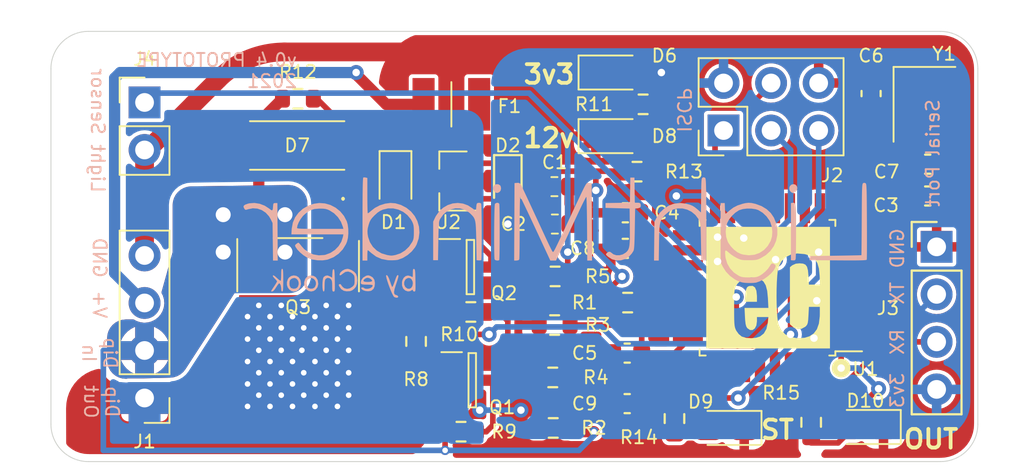
<source format=kicad_pcb>
(kicad_pcb (version 20211014) (generator pcbnew)
  (layers (0 "F.Cu" signal) (31 "B.Cu" signal) (34 "B.Paste" user) (35 "F.Paste" user) (36 "B.SilkS" user "B.Silkscreen") (37 "F.SilkS" user "F.Silkscreen") (38 "B.Mask" user) (39 "F.Mask" user) (44 "Edge.Cuts" user))
  (net 0 "")
  (net 1 "Sidelight_GND")
  (net 2 "Sidelight_12v")
  (net 3 "DippedBeam_Out")
  (net 4 "DippedBeam_12v")
  (net 5 "Net-(Q1-Pad1)")
  (net 6 "/Sheet60CB0BEF/Reset")
  (net 7 "/Sheet60CB0BEF/XTAL2")
  (net 8 "/Sheet60CB0BEF/XTAL1")
  (net 9 "/TX")
  (net 10 "/RX")
  (net 11 "/12vFused")
  (net 12 "Net-(D8-Pad2)")
  (net 13 "Net-(D9-Pad2)")
  (net 14 "/Error_LED")
  (net 15 "/Light_Out_LED")
  (net 16 "3v3")
  (net 17 "/Sheet60CB0BEF/aref")
  (net 18 "Net-(D6-Pad2)")
  (net 19 "Net-(D7-Pad2)")
  (net 20 "Net-(D10-Pad2)")
  (net 21 "Net-(Q1-Pad3)")
  (net 22 "Net-(Q2-Pad1)")
  (net 23 "/Light_Out_Logic")
  (net 24 "/batt_voltage_ref")
  (net 25 "/dipped_beam_ref")
  (net 26 "/light_ref")
  (net 27 "/Sheet60CB0BEF/SCK")
  (net 28 "/Sheet60CB0BEF/MISO")
  (net 29 "/Sheet60CB0BEF/MOSI")
  (net 30 "/Sheet60CB0BEF/2")
  (net 31 "/Sheet60CB0BEF/A5")
  (net 32 "/Sheet60CB0BEF/A4")
  (net 33 "/Sheet60CB0BEF/A3")
  (net 34 "/Sheet60CB0BEF/A7")
  (net 35 "/Sheet60CB0BEF/A6")
  (net 36 "/Sheet60CB0BEF/10")
  (net 37 "/Sheet60CB0BEF/9")
  (net 38 "/Sheet60CB0BEF/8")
  (net 39 "/Sheet60CB0BEF/7")
  (net 40 "/Sheet60CB0BEF/4")
  (footprint "Package_QFP:TQFP-32_7x7mm_P0.8mm" (layer "F.Cu") (at 131.266 85.304 180)
    (fp_text reference "U1")
    (fp_text value "ATmega328P-AU")
  )
  (footprint "Resistor_SMD:R_0603_1608Metric" (layer "F.Cu") (at 119.9 87.3 180)
    (fp_text reference "R3")
    (fp_text value "1.3k")
  )
  (footprint "Connector_PinHeader_2.54mm:PinHeader_2x03_P2.54mm_Vertical" (layer "F.Cu") (at 128.92 76.9 90)
    (fp_text reference "J2")
    (fp_text value "AVR-ISP-6")
  )
  (footprint "Resistor_SMD:R_0603_1608Metric" (layer "F.Cu") (at 123.8 86.1)
    (fp_text reference "R1")
    (fp_text value "18k")
  )
  (footprint "Capacitor_SMD:C_0603_1608Metric" (layer "F.Cu") (at 136.8 74.925 90)
    (fp_text reference "C6")
    (fp_text value "20p")
  )
  (footprint "Crystal:Crystal_SMD_3225-4Pin_3.2x2.5mm" (layer "F.Cu") (at 139.65 75.5 -90)
    (fp_text reference "Y1")
    (fp_text value "Crystal_GND24")
  )
  (footprint "Capacitor_SMD:C_0603_1608Metric" (layer "F.Cu") (at 139.825 78.7)
    (fp_text reference "C7")
    (fp_text value "20p")
  )
  (footprint "Resistor_SMD:R_0603_1608Metric" (layer "F.Cu") (at 112.5 88.175 -90)
    (fp_text reference "R8")
    (fp_text value "1k")
  )
  (footprint "Resistor_SMD:R_0603_1608Metric" (layer "F.Cu") (at 114.9 93)
    (fp_text reference "R9")
    (fp_text value "10k")
  )
  (footprint "Resistor_SMD:R_0603_1608Metric" (layer "F.Cu") (at 115.425 86.6 180)
    (fp_text reference "R10")
    (fp_text value "1k")
  )
  (footprint "Resistor_SMD:R_0603_1608Metric" (layer "F.Cu") (at 124.625 75.5 180)
    (fp_text reference "R11")
    (fp_text value "100")
  )
  (footprint "Resistor_SMD:R_0603_1608Metric" (layer "F.Cu") (at 106.19 75.2)
    (fp_text reference "R12")
    (fp_text value "10k")
  )
  (footprint "Resistor_SMD:R_0603_1608Metric" (layer "F.Cu") (at 124.3 79.1)
    (fp_text reference "R13")
    (fp_text value "750")
  )
  (footprint "SamacSys_Parts:STD35P6LLF6" (layer "F.Cu") (at 106.2 85.7 180)
    (fp_text reference "Q3")
    (fp_text value "STD35P6LLF6" hide)
  )
  (footprint "SamacSys_Parts:DO-214ACSMA" (layer "F.Cu") (at 106.15 77.7)
    (fp_text reference "D7")
    (fp_text value "20v TVS" hide)
  )
  (footprint "Connector_PinHeader_2.54mm:PinHeader_1x04_P2.54mm_Vertical" (layer "F.Cu") (at 98 91.2 180)
    (fp_text reference "J1")
    (fp_text value "Conn_01x04_Female")
  )
  (footprint "Connector_PinHeader_2.54mm:PinHeader_1x02_P2.54mm_Vertical" (layer "F.Cu") (at 98 75.4)
    (fp_text reference "J4")
    (fp_text value "Conn_01x02_Female")
  )
  (footprint "Capacitor_SMD:C_0603_1608Metric" (layer "F.Cu") (at 123.775 88.8 180)
    (fp_text reference "C5")
    (fp_text value "470nF")
  )
  (footprint "SamacSys_Parts:SOT95P240X115-3N" (layer "F.Cu") (at 115.4 84.2)
    (fp_text reference "Q2")
    (fp_text value "Q_NPN_BEC" hide)
  )
  (footprint "LED_SMD:LED_0805_2012Metric_Castellated" (layer "F.Cu") (at 123.0625 73.8)
    (fp_text reference "D6")
    (fp_text value "LED")
  )
  (footprint "Capacitor_SMD:C_0603_1608Metric" (layer "F.Cu") (at 139.825 80.4)
    (fp_text reference "C3")
    (fp_text value "100n")
  )
  (footprint "Capacitor_SMD:C_0603_1608Metric" (layer "F.Cu") (at 123.675 83.2 180)
    (fp_text reference "C8")
    (fp_text value "100n")
  )
  (footprint "Resistor_SMD:R_0603_1608Metric" (layer "F.Cu") (at 119.925 84.7)
    (fp_text reference "R5")
    (fp_text value "10k")
  )
  (footprint "Resistor_SMD:R_0603_1608Metric" (layer "F.Cu") (at 133.6 92.5 -90)
    (fp_text reference "R15")
    (fp_text value "100")
  )
  (footprint "LED_SMD:LED_0805_2012Metric_Castellated" (layer "F.Cu") (at 136.5 92.75 180)
    (fp_text reference "D10")
    (fp_text value "LED")
  )
  (footprint "Capacitor_SMD:C_0603_1608Metric" (layer "F.Cu") (at 119.9125 81.9)
    (fp_text reference "C2")
    (fp_text value "10u")
  )
  (footprint "Diode_SMD:D_SOD-323F" (layer "F.Cu") (at 111.4 79.5 -90)
    (fp_text reference "D1")
    (fp_text value "20v")
  )
  (footprint "Capacitor_SMD:C_0603_1608Metric" (layer "F.Cu") (at 123.775 91.5 180)
    (fp_text reference "C9")
    (fp_text value "470nF")
  )
  (footprint "Resistor_SMD:R_0603_1608Metric" (layer "F.Cu") (at 126.3 92.3 -90)
    (fp_text reference "R14")
    (fp_text value "100")
  )
  (footprint "Resistor_SMD:R_0603_1608Metric" (layer "F.Cu") (at 119.825 92.8 180)
    (fp_text reference "R2")
    (fp_text value "18k")
  )
  (footprint "LED_SMD:LED_0805_2012Metric_Castellated" (layer "F.Cu") (at 129.0625 92.8 180)
    (fp_text reference "D9")
    (fp_text value "LED")
  )
  (footprint "Resistor_SMD:R_0603_1608Metric" (layer "F.Cu") (at 119.8 90.1 180)
    (fp_text reference "R4")
    (fp_text value "1.3k")
  )
  (footprint "SamacSys_Parts:SOT95P240X115-3N" (layer "F.Cu") (at 115.5 90.25)
    (fp_text reference "Q1")
    (fp_text value "Q_NPN_BEC" hide)
  )
  (footprint "Package_TO_SOT_SMD:SOT-23" (layer "F.Cu") (at 114.5 79.6 180)
    (fp_text reference "U2")
    (fp_text value "LM3480-3.3")
  )
  (footprint "Connector_PinHeader_2.54mm:PinHeader_1x04_P2.54mm_Vertical" (layer "F.Cu") (at 140.3 83.12)
    (fp_text reference "J3")
    (fp_text value "Conn_01x04")
  )
  (footprint "SamacSys_Parts:FUSC3226X100N" (layer "F.Cu") (at 114.385 75.5)
    (fp_text reference "F1")
    (fp_text value "1210L020WR" hide)
  )
  (footprint "Capacitor_SMD:C_0603_1608Metric" (layer "F.Cu") (at 119.8875 79.9)
    (fp_text reference "C1")
    (fp_text value "10u")
  )
  (footprint "Capacitor_SMD:C_0603_1608Metric" (layer "F.Cu") (at 123.675 81.3 180)
    (fp_text reference "C4")
    (fp_text value "100n")
  )
  (footprint "LED_SMD:LED_0805_2012Metric_Castellated" (layer "F.Cu") (at 123.0625 77.2)
    (fp_text reference "D8")
    (fp_text value "LED")
  )
  (footprint "Diode_SMD:D_0603_1608Metric" (layer "F.Cu") (at 117.4 79.7 -90)
    (fp_text reference "D2")
    (fp_text value "D_Schottky")
  )
  (footprint "user:eC_Logo_6.5mm_Silkscreen" (layer "F.Cu") (at 131.3 85.3)
    (fp_text reference "G***" hide)
    (fp_text value "LOGO" hide)
  )
  (footprint "user:LightMinderLogo_35mm" (layer "B.Cu") (at 119.8 82.6 180)
    (fp_text reference "G***" hide)
    (fp_text value "LOGO" hide)
  )
  (gr_circle (center 135.2 89.6) (end 135.647214 89.6) (layer "F.SilkS") (width 0.1) (fill solid))
  (gr_arc (start 93 73.6) (mid 93.585786 72.185786) (end 95 71.6) (layer "Edge.Cuts") (width 0.05))
  (gr_line (start 93 92.6) (end 93 73.6) (layer "Edge.Cuts") (width 0.05))
  (gr_arc (start 95 94.6) (mid 93.585786 94.014214) (end 93 92.6) (layer "Edge.Cuts") (width 0.05))
  (gr_arc (start 142.5 92.6) (mid 141.914214 94.014214) (end 140.5 94.6) (layer "Edge.Cuts") (width 0.05))
  (gr_line (start 95 71.6) (end 140.5 71.6) (layer "Edge.Cuts") (width 0.05))
  (gr_line (start 142.5 73.6) (end 142.5 92.6) (layer "Edge.Cuts") (width 0.05))
  (gr_line (start 140.5 94.6) (end 95 94.6) (layer "Edge.Cuts") (width 0.05))
  (gr_arc (start 140.5 71.6) (mid 141.914214 72.185786) (end 142.5 73.6) (layer "Edge.Cuts") (width 0.05))
  (gr_text "Dip\nOut" (at 95.7 91.4 -90) (layer "B.SilkS") (effects (font (size 0.7 0.7) (thickness 0.1)) (justify mirror)))
  (gr_text "GND" (at 138.2 83.2 90) (layer "B.SilkS") (effects (font (size 0.7 0.7) (thickness 0.1)) (justify mirror)))
  (gr_text "3v3" (at 138.2 90.8 90) (layer "B.SilkS") (effects (font (size 0.7 0.7) (thickness 0.1)) (justify mirror)))
  (gr_text "TX" (at 138.2 85.6 90) (layer "B.SilkS") (effects (font (size 0.7 0.7) (thickness 0.1)) (justify mirror)))
  (gr_text "Serial Port" (at 140.1 78.1 90) (layer "B.SilkS") (effects (font (size 0.7 0.7) (thickness 0.1)) (justify mirror)))
  (gr_text "ISCP" (at 126.8 75.8 270) (layer "B.SilkS") (effects (font (size 0.7 0.7) (thickness 0.1)) (justify mirror)))
  (gr_text "RX" (at 138.2 88.2 90) (layer "B.SilkS") (effects (font (size 0.7 0.7) (thickness 0.1)) (justify mirror)))
  (gr_text "GND" (at 95.6 83.7 -90) (layer "B.SilkS") (effects (font (size 0.7 0.7) (thickness 0.1)) (justify mirror)))
  (gr_text "Light Sensor" (at 95.5 76.9 -90) (layer "B.SilkS") (effects (font (size 0.7 0.7) (thickness 0.1)) (justify mirror)))
  (gr_text "Dip\nIn" (at 95.6 88.8 -90) (layer "B.SilkS") (effects (font (size 0.7 0.7) (thickness 0.1)) (justify mirror)))
  (gr_text "V+" (at 95.6 86.2 -90) (layer "B.SilkS") (effects (font (size 0.7 0.7) (thickness 0.1)) (justify mirror)))
  (gr_text "v0.4 PROTOTYPE\n2021" (at 106.2 73.7) (layer "B.SilkS") (effects (font (size 0.7 0.7) (thickness 0.1)) (justify left mirror)))
  (gr_text "3v3" (at 119.6 73.9) (layer "F.SilkS") (effects (font (size 1 1) (thickness 0.2))))
  (gr_text "OUT" (at 140 93.4) (layer "F.SilkS") (effects (font (size 1 1) (thickness 0.2))))
  (gr_text "ST" (at 131.8 92.9) (layer "F.SilkS") (effects (font (size 1 1) (thickness 0.2))))
  (gr_text "12v" (at 119.6 77.3) (layer "F.SilkS") (effects (font (size 1 1) (thickness 0.2))))
  (segment (start 98.16 77.94) (end 100.6 75.5) (width 1) (layer "F.Cu") (net 1))
  (segment (start 123 91.5) (end 123 88.8) (width 0.3) (layer "F.Cu") (net 1))
  (segment (start 105.471068 72.7) (end 111.8 72.7) (width 1) (layer "F.Cu") (net 1))
  (segment (start 98 83.58) (end 98 77.94) (width 1) (layer "F.Cu") (net 1))
  (segment (start 100.6 75.5) (end 101.935534 74.164466) (width 1) (layer "F.Cu") (net 1))
  (segment (start 138.8 76.6) (end 138.8 76.5) (width 0.3) (layer "F.Cu") (net 1))
  (segment (start 98 77.94) (end 98.16 77.94) (width 1) (layer "F.Cu") (net 1))
  (segment (start 138.8 76.5) (end 140.5 74.8) (width 0.3) (layer "F.Cu") (net 1))
  (segment (start 140.5 74.8) (end 140.5 74.4) (width 0.3) (layer "F.Cu") (net 1))
  (via (at 130 82.64999) (size 0.8) (drill 0.4) (layers "F.Cu" "B.Cu") (net 1))
  (via (at 118.1 91.85) (size 0.8) (drill 0.4) (layers "F.Cu" "B.Cu") (net 1))
  (via (at 126.4 80.4) (size 0.8) (drill 0.4) (layers "F.Cu" "B.Cu") (net 1))
  (via (at 115.9 91.85) (size 0.8) (drill 0.4) (layers "F.Cu" "B.Cu") (net 1))
  (arc (start 105.471068 72.7) (mid 103.557651 73.080602) (end 101.935534 74.164466) (width 1) (layer "F.Cu") (net 1))
  (segment (start 126.4 80.4) (end 127.75001 80.4) (width 0.3) (layer "B.Cu") (net 1))
  (segment (start 127.75001 80.4) (end 130 82.64999) (width 0.3) (layer "B.Cu") (net 1))
  (segment (start 115.9 91.85) (end 118.1 91.85) (width 0.3) (layer "B.Cu") (net 1))
  (segment (start 109.4 74) (end 110.9 75.5) (width 0.6) (layer "F.Cu") (net 2))
  (segment (start 109.3 73.8) (end 109.4 74) (width 0.6) (layer "F.Cu") (net 2))
  (segment (start 110.9 75.5) (end 112.9 75.5) (width 0.6) (layer "F.Cu") (net 2))
  (via (at 109.3 73.8) (size 0.8) (drill 0.4) (layers "F.Cu" "B.Cu") (net 2))
  (segment (start 96.7 73.8) (end 96.4 74.1) (width 0.6) (layer "B.Cu") (net 2))
  (segment (start 109.3 73.8) (end 96.7 73.8) (width 0.6) (layer "B.Cu") (net 2))
  (segment (start 96.4 84.52) (end 98 86.12) (width 0.6) (layer "B.Cu") (net 2))
  (segment (start 96.4 74.1) (end 96.4 84.52) (width 0.6) (layer "B.Cu") (net 2))
  (via (at 105.9 89.25) (size 0.5) (drill 0.3) (layers "F.Cu" "B.Cu") (net 3))
  (via (at 103.5 88.05) (size 0.5) (drill 0.3) (layers "F.Cu" "B.Cu") (net 3))
  (via (at 104.7 91.65) (size 0.5) (drill 0.3) (layers "F.Cu" "B.Cu") (net 3))
  (via (at 107.7 89.85) (size 0.5) (drill 0.3) (layers "F.Cu" "B.Cu") (net 3))
  (via (at 104.1 87.45) (size 0.5) (drill 0.3) (layers "F.Cu" "B.Cu") (net 3))
  (via (at 107.7 91.05) (size 0.5) (drill 0.3) (layers "F.Cu" "B.Cu") (net 3))
  (via (at 106.5 91.05) (size 0.5) (drill 0.3) (layers "F.Cu" "B.Cu") (net 3))
  (via (at 108.3 88.05) (size 0.5) (drill 0.3) (layers "F.Cu" "B.Cu") (net 3))
  (via (at 103.5 89.25) (size 0.5) (drill 0.3) (layers "F.Cu" "B.Cu") (net 3))
  (via (at 108.3 86.85) (size 0.5) (drill 0.3) (layers "F.Cu" "B.Cu") (net 3))
  (via (at 104.1 89.85) (size 0.5) (drill 0.3) (layers "F.Cu" "B.Cu") (net 3))
  (via (at 104.7 89.25) (size 0.5) (drill 0.3) (layers "F.Cu" "B.Cu") (net 3))
  (via (at 108.3 91.65) (size 0.5) (drill 0.3) (layers "F.Cu" "B.Cu") (net 3))
  (via (at 105.9 88.05) (size 0.5) (drill 0.3) (layers "F.Cu" "B.Cu") (net 3))
  (via (at 107.7 88.65) (size 0.5) (drill 0.3) (layers "F.Cu" "B.Cu") (net 3))
  (via (at 107.1 91.65) (size 0.5) (drill 0.3) (layers "F.Cu" "B.Cu") (net 3))
  (via (at 108.9 88.65) (size 0.5) (drill 0.3) (layers "F.Cu" "B.Cu") (net 3))
  (via (at 105.3 88.65) (size 0.5) (drill 0.3) (layers "F.Cu" "B.Cu") (net 3))
  (via (at 105.9 91.65) (size 0.5) (drill 0.3) (layers "F.Cu" "B.Cu") (net 3))
  (via (at 104.7 88.05) (size 0.5) (drill 0.3) (layers "F.Cu" "B.Cu") (net 3))
  (via (at 108.9 87.45) (size 0.5) (drill 0.3) (layers "F.Cu" "B.Cu") (net 3))
  (via (at 107.7 87.45) (size 0.5) (drill 0.3) (layers "F.Cu" "B.Cu") (net 3))
  (via (at 105.9 90.45) (size 0.5) (drill 0.3) (layers "F.Cu" "B.Cu") (net 3))
  (via (at 108.3 89.25) (size 0.5) (drill 0.3) (layers "F.Cu" "B.Cu") (net 3))
  (via (at 104.1 91.05) (size 0.5) (drill 0.3) (layers "F.Cu" "B.Cu") (net 3))
  (via (at 104.7 90.45) (size 0.5) (drill 0.3) (layers "F.Cu" "B.Cu") (net 3))
  (via (at 106.5 87.45) (size 0.5) (drill 0.3) (layers "F.Cu" "B.Cu") (net 3))
  (via (at 107.7 86.25) (size 0.5) (drill 0.3) (layers "F.Cu" "B.Cu") (net 3))
  (via (at 103.5 91.65) (size 0.5) (drill 0.3) (layers "F.Cu" "B.Cu") (net 3))
  (via (at 108.3 90.45) (size 0.5) (drill 0.3) (layers "F.Cu" "B.Cu") (net 3))
  (via (at 107.1 88.05) (size 0.5) (drill 0.3) (layers "F.Cu" "B.Cu") (net 3))
  (via (at 106.5 89.85) (size 0.5) (drill 0.3) (layers "F.Cu" "B.Cu") (net 3))
  (via (at 105.3 89.85) (size 0.5) (drill 0.3) (layers "F.Cu" "B.Cu") (net 3))
  (via (at 107.1 86.85) (size 0.5) (drill 0.3) (layers "F.Cu" "B.Cu") (net 3))
  (via (at 103.5 90.45) (size 0.5) (drill 0.3) (layers "F.Cu" "B.Cu") (net 3))
  (via (at 104.1 88.65) (size 0.5) (drill 0.3) (layers "F.Cu" "B.Cu") (net 3))
  (via (at 108.9 91.05) (size 0.5) (drill 0.3) (layers "F.Cu" "B.Cu") (net 3))
  (via (at 105.9 86.85) (size 0.5) (drill 0.3) (layers "F.Cu" "B.Cu") (net 3))
  (via (at 108.9 89.85) (size 0.5) (drill 0.3) (layers "F.Cu" "B.Cu") (net 3))
  (via (at 104.7 86.85) (size 0.5) (drill 0.3) (layers "F.Cu" "B.Cu") (net 3))
  (via (at 105.3 87.45) (size 0.5) (drill 0.3) (layers "F.Cu" "B.Cu") (net 3))
  (via (at 103.5 86.85) (size 0.5) (drill 0.3) (layers "F.Cu" "B.Cu") (net 3))
  (via (at 107.1 90.45) (size 0.5) (drill 0.3) (layers "F.Cu" "B.Cu") (net 3))
  (via (at 106.5 86.25) (size 0.5) (drill 0.3) (layers "F.Cu" "B.Cu") (net 3))
  (via (at 104.1 86.25) (size 0.5) (drill 0.3) (layers "F.Cu" "B.Cu") (net 3))
  (via (at 108.9 86.25) (size 0.5) (drill 0.3) (layers "F.Cu" "B.Cu") (net 3))
  (via (at 107.1 89.25) (size 0.5) (drill 0.3) (layers "F.Cu" "B.Cu") (net 3))
  (via (at 105.3 86.25) (size 0.5) (drill 0.3) (layers "F.Cu" "B.Cu") (net 3))
  (via (at 105.3 91.05) (size 0.5) (drill 0.3) (layers "F.Cu" "B.Cu") (net 3))
  (via (at 106.4 88.65) (size 0.5) (drill 0.3) (layers "F.Cu" "B.Cu") (net 3))
  (segment (start 104.1 77.7) (end 104.1 82.264) (width 0.6) (layer "F.Cu") (net 4))
  (segment (start 102.2 83.4) (end 102.964 83.4) (width 1) (layer "F.Cu") (net 4))
  (segment (start 102.864 81.4) (end 103.914 82.45) (width 1) (layer "F.Cu") (net 4))
  (segment (start 102.2 82.4) (end 102.2 83.4) (width 1) (layer "F.Cu") (net 4))
  (segment (start 104.864 83.4) (end 103.914 82.45) (width 1) (layer "F.Cu") (net 4))
  (segment (start 105.5 83.4) (end 104.864 83.4) (width 1) (layer "F.Cu") (net 4))
  (segment (start 120.8 93) (end 122 93) (width 0.6) (layer "F.Cu") (net 4))
  (segment (start 102.2 81.4) (end 102.2 82.4) (width 1) (layer "F.Cu") (net 4))
  (segment (start 105.5 81.4) (end 104.964 81.4) (width 1) (layer "F.Cu") (net 4))
  (segment (start 104.1 77.7) (end 104.1 76.465) (width 0.6) (layer "F.Cu") (net 4))
  (segment (start 105.5 81.4) (end 105.5 82.3) (width 1) (layer "F.Cu") (net 4))
  (segment (start 102.964 83.4) (end 104.964 81.4) (width 1) (layer "F.Cu") (net 4))
  (segment (start 120.6 92.8) (end 120.8 93) (width 0.6) (layer "F.Cu") (net 4))
  (segment (start 104.1 76.465) (end 105.365 75.2) (width 0.6) (layer "F.Cu") (net 4))
  (segment (start 120.65 92.8) (end 120.6 92.8) (width 0.6) (layer "F.Cu") (net 4))
  (segment (start 102.2 81.4) (end 102.864 81.4) (width 1) (layer "F.Cu") (net 4))
  (segment (start 114.05 94) (end 114.05 92.82) (width 0.3) (layer "F.Cu") (net 4))
  (segment (start 102.2 82.4) (end 105.258579 82.4) (width 1) (layer "F.Cu") (net 4))
  (segment (start 105.5 82.3) (end 105.5 83.4) (width 1) (layer "F.Cu") (net 4))
  (via (at 102.2 81.4) (size 1.6) (drill 0.8) (layers "F.Cu" "B.Cu") (net 4))
  (via (at 105.5 81.4) (size 1.6) (drill 0.8) (layers "F.Cu" "B.Cu") (net 4))
  (via (at 105.5 83.4) (size 1.6) (drill 0.8) (layers "F.Cu" "B.Cu") (net 4))
  (via (at 122 93) (size 0.5) (drill 0.3) (layers "F.Cu" "B.Cu") (net 4))
  (via (at 114.05 94) (size 0.5) (drill 0.3) (layers "F.Cu" "B.Cu") (net 4))
  (via (at 102.2 83.4) (size 1.6) (drill 0.8) (layers "F.Cu" "B.Cu") (net 4))
  (arc (start 105.258579 82.4) (mid 105.389235 82.374011) (end 105.5 82.3) (width 1) (layer "F.Cu") (net 4))
  (segment (start 114.1 94) (end 95.8 94) (width 0.3) (layer "B.Cu") (net 4))
  (segment (start 114.1 94) (end 121.2 94) (width 0.3) (layer "B.Cu") (net 4))
  (segment (start 122 93.2) (end 122 93) (width 0.3) (layer "B.Cu") (net 4))
  (segment (start 121.2 94) (end 122 93.2) (width 0.3) (layer "B.Cu") (net 4))
  (segment (start 95.8 94) (end 95.8 88.66) (width 0.3) (layer "B.Cu") (net 4))
  (segment (start 95.8 88.66) (end 98 88.66) (width 0.3) (layer "B.Cu") (net 4))
  (segment (start 113.225 89) (end 113.525 89.3) (width 0.3) (layer "F.Cu") (net 5))
  (segment (start 113.525 89.3) (end 114.4 89.3) (width 0.3) (layer "F.Cu") (net 5))
  (segment (start 112.5 89) (end 113.225 89) (width 0.3) (layer "F.Cu") (net 5))
  (segment (start 131.666 84.834) (end 131.666 89.554) (width 0.3) (layer "F.Cu") (net 6))
  (segment (start 131.7 83.8) (end 131.666 84.834) (width 0.3) (layer "F.Cu") (net 6))
  (via (at 131.7 83.8) (size 0.8) (drill 0.4) (layers "F.Cu" "B.Cu") (net 6))
  (segment (start 134 81) (end 134 76.9) (width 0.3) (layer "B.Cu") (net 6))
  (segment (start 131.7 83.8) (end 131.7 83.3) (width 0.3) (layer "B.Cu") (net 6))
  (segment (start 131.7 83.3) (end 134 81) (width 0.3) (layer "B.Cu") (net 6))
  (segment (start 136.8 75.7) (end 136.8 81.22) (width 0.3) (layer "F.Cu") (net 7))
  (segment (start 138.1 74.4) (end 136.8 75.7) (width 0.3) (layer "F.Cu") (net 7))
  (segment (start 136.8 81.22) (end 135.516 82.504) (width 0.3) (layer "F.Cu") (net 7))
  (segment (start 138.8 74.4) (end 138.1 74.4) (width 0.3) (layer "F.Cu") (net 7))
  (segment (start 137.600011 82.124991) (end 136.421002 83.304) (width 0.3) (layer "F.Cu") (net 8))
  (segment (start 135.516 83.304) (end 136.421002 83.304) (width 0.3) (layer "F.Cu") (net 8))
  (segment (start 140.5 77.2) (end 137.600011 80.099989) (width 0.3) (layer "F.Cu") (net 8))
  (segment (start 137.600011 80.099989) (end 137.600011 82.124991) (width 0.3) (layer "F.Cu") (net 8))
  (segment (start 133.266 89.554) (end 133.266 88.484) (width 0.3) (layer "F.Cu") (net 9))
  (segment (start 133.266 88.484) (end 133.75 88) (width 0.3) (layer "F.Cu") (net 9))
  (via (at 133.75 88) (size 0.8) (drill 0.4) (layers "F.Cu" "B.Cu") (net 9))
  (segment (start 133.75 88) (end 137.96 88) (width 0.3) (layer "B.Cu") (net 9))
  (segment (start 137.96 88) (end 140.3 85.66) (width 0.3) (layer "B.Cu") (net 9))
  (segment (start 137.65997 88.2) (end 140.3 88.2) (width 0.3) (layer "F.Cu") (net 10))
  (segment (start 132.641489 90.703511) (end 135.156459 90.703511) (width 0.3) (layer "F.Cu") (net 10))
  (segment (start 132.466 89.554) (end 132.466 90.528022) (width 0.3) (layer "F.Cu") (net 10))
  (segment (start 132.466 90.528022) (end 132.641489 90.703511) (width 0.3) (layer "F.Cu") (net 10))
  (segment (start 135.156459 90.703511) (end 137.65997 88.2) (width 0.3) (layer "F.Cu") (net 10))
  (segment (start 123.44999 79.07499) (end 121.97499 79.07499) (width 0.3) (layer "F.Cu") (net 11))
  (segment (start 111.4 78.4) (end 115.25 78.4) (width 0.3) (layer "F.Cu") (net 11))
  (segment (start 115.5 78.65) (end 117.1375 78.65) (width 0.3) (layer "F.Cu") (net 11))
  (segment (start 115.5 75.87) (end 115.87 75.5) (width 0.3) (layer "F.Cu") (net 11))
  (segment (start 122.975 85.225) (end 123.5 84.7) (width 0.3) (layer "F.Cu") (net 11))
  (segment (start 122.1 79.2) (end 121.97499 79.07499) (width 0.3) (layer "F.Cu") (net 11))
  (segment (start 122.975 86.1) (end 122.975 85.225) (width 0.3) (layer "F.Cu") (net 11))
  (segment (start 122.1 80.1) (end 122.1 79.2) (width 0.3) (layer "F.Cu") (net 11))
  (segment (start 115.5 78.65) (end 115.5 75.87) (width 0.3) (layer "F.Cu") (net 11))
  (segment (start 117.1375 78.65) (end 117.4 78.9125) (width 0.3) (layer "F.Cu") (net 11))
  (segment (start 121.97499 79.07499) (end 119.92501 79.07499) (width 0.3) (layer "F.Cu") (net 11))
  (segment (start 123.475 79.1) (end 123.44999 79.07499) (width 0.3) (layer "F.Cu") (net 11))
  (segment (start 119.92501 79.07499) (end 119.1 79.9) (width 0.3) (layer "F.Cu") (net 11))
  (segment (start 115.25 78.4) (end 115.5 78.65) (width 0.3) (layer "F.Cu") (net 11))
  (segment (start 118.1125 78.9125) (end 119.1 79.9) (width 0.3) (layer "F.Cu") (net 11))
  (segment (start 117.4 78.9125) (end 118.1125 78.9125) (width 0.3) (layer "F.Cu") (net 11))
  (via (at 122.1 80.1) (size 0.8) (drill 0.4) (layers "F.Cu" "B.Cu") (net 11))
  (via (at 123.5 84.7) (size 0.8) (drill 0.4) (layers "F.Cu" "B.Cu") (net 11))
  (segment (start 123.5 84.7) (end 122.1 83.3) (width 0.3) (layer "B.Cu") (net 11))
  (segment (start 122.1 83.3) (end 122.1 80.1) (width 0.3) (layer "B.Cu") (net 11))
  (segment (start 124.025 78) (end 125.125 79.1) (width 0.3) (layer "F.Cu") (net 12))
  (segment (start 124.025 77.2) (end 124.025 78) (width 0.3) (layer "F.Cu") (net 12))
  (segment (start 126.3 93.125) (end 127.775 93.125) (width 0.3) (layer "F.Cu") (net 13))
  (segment (start 127.775 93.125) (end 128.1 92.8) (width 0.3) (layer "F.Cu") (net 13))
  (segment (start 127.2 91.5) (end 126.325 91.5) (width 0.3) (layer "F.Cu") (net 14))
  (segment (start 133.266 81.054) (end 133.266 82.634) (width 0.3) (layer "F.Cu") (net 14))
  (segment (start 132.6 83.3) (end 132.5 83.4) (width 0.3) (layer "F.Cu") (net 14))
  (segment (start 126.325 91.5) (end 126.3 91.475) (width 0.3) (layer "F.Cu") (net 14))
  (segment (start 129.7 91.2) (end 127.5 91.2) (width 0.3) (layer "F.Cu") (net 14))
  (segment (start 127.5 91.2) (end 127.2 91.5) (width 0.3) (layer "F.Cu") (net 14))
  (segment (start 133.266 82.634) (end 132.6 83.3) (width 0.3) (layer "F.Cu") (net 14))
  (segment (start 132.5 83.4) (end 132.5 87.8) (width 0.3) (layer "F.Cu") (net 14))
  (via (at 132.5 87.8) (size 0.8) (drill 0.4) (layers "F.Cu" "B.Cu") (net 14))
  (via (at 129.7 91.2) (size 0.8) (drill 0.4) (layers "F.Cu" "B.Cu") (net 14))
  (segment (start 132.5 88.4) (end 129.7 91.2) (width 0.3) (layer "B.Cu") (net 14))
  (segment (start 132.5 87.8) (end 132.5 88.4) (width 0.3) (layer "B.Cu") (net 14))
  (segment (start 134.471468 91.25) (end 134.046468 91.675) (width 0.3) (layer "F.Cu") (net 15))
  (segment (start 137.2 90.7) (end 137.172414 90.7) (width 0.3) (layer "F.Cu") (net 15))
  (segment (start 135.2 88.42) (end 135.516 88.104) (width 0.3) (layer "F.Cu") (net 15))
  (segment (start 135.2 89.6) (end 135.2 88.42) (width 0.3) (layer "F.Cu") (net 15))
  (segment (start 134.046468 91.675) (end 133.6 91.675) (width 0.3) (layer "F.Cu") (net 15))
  (segment (start 137.172414 90.7) (end 136.622414 91.25) (width 0.3) (layer "F.Cu") (net 15))
  (segment (start 136.622414 91.25) (end 134.471468 91.25) (width 0.3) (layer "F.Cu") (net 15))
  (via (at 137.2 90.7) (size 0.8) (drill 0.4) (layers "F.Cu" "B.Cu") (net 15))
  (via (at 135.2 89.6) (size 0.8) (drill 0.4) (layers "F.Cu" "B.Cu") (net 15))
  (segment (start 135.2 89.6) (end 136.1 89.6) (width 0.3) (layer "B.Cu") (net 15))
  (segment (start 136.1 89.6) (end 137.2 90.7) (width 0.3) (layer "B.Cu") (net 15))
  (segment (start 135.516 84.104) (end 134.416 84.104) (width 0.3) (layer "F.Cu") (net 16))
  (segment (start 128.304 83.304) (end 127.016 83.304) (width 0.3) (layer "F.Cu") (net 16))
  (segment (start 117.4 81.9) (end 119.125 81.9) (width 0.3) (layer "F.Cu") (net 16))
  (segment (start 125.979 83.304) (end 127.016 83.304) (width 0.3) (layer "F.Cu") (net 16))
  (segment (start 134.3 84.22) (end 134.3 85.7) (width 0.3) (layer "F.Cu") (net 16))
  (segment (start 117.3375 80.55) (end 117.4 80.4875) (width 0.3) (layer "F.Cu") (net 16))
  (segment (start 134 86) (end 134.3 85.7) (width 0.3) (layer "F.Cu") (net 16))
  (segment (start 115.5 80.55) (end 117.3375 80.55) (width 0.3) (layer "F.Cu") (net 16))
  (segment (start 134.416 84.104) (end 134.3 84.22) (width 0.3) (layer "F.Cu") (net 16))
  (segment (start 135.516 84.104) (end 136.328122 84.104) (width 0.3) (layer "F.Cu") (net 16))
  (segment (start 124.45 81.775) (end 125.979 83.304) (width 0.3) (layer "F.Cu") (net 16))
  (segment (start 119.1 81.925) (end 119.125 81.9) (width 0.3) (layer "F.Cu") (net 16))
  (segment (start 125.45 75.5) (end 125.45 73.95) (width 0.3) (layer "F.Cu") (net 16))
  (segment (start 139.05 81.382122) (end 139.05 80.4) (width 0.3) (layer "F.Cu") (net 16))
  (segment (start 124.45 81.3) (end 124.45 81.775) (width 0.3) (layer "F.Cu") (net 16))
  (segment (start 133.9 86) (end 134 86) (width 0.3) (layer "F.Cu") (net 16))
  (segment (start 117.4 81.9) (end 117.4 80.4875) (width 0.3) (layer "F.Cu") (net 16))
  (segment (start 134.304 85.704) (end 135.516 85.704) (width 0.3) (layer "F.Cu") (net 16))
  (segment (start 128.6 83.9) (end 128.304 83.304) (width 0.3) (layer "F.Cu") (net 16))
  (segment (start 136.328122 84.104) (end 139.05 81.382122) (width 0.3) (layer "F.Cu") (net 16))
  (segment (start 119.1 84.7) (end 119.1 81.925) (width 0.3) (layer "F.Cu") (net 16))
  (segment (start 125.45 73.95) (end 125.6 73.8) (width 0.3) (layer "F.Cu") (net 16))
  (segment (start 134.3 85.7) (end 134.304 85.704) (width 0.3) (layer "F.Cu") (net 16))
  (via (at 128.6 83.9) (size 0.8) (drill 0.4) (layers "F.Cu" "B.Cu") (net 16))
  (via (at 133.9 86) (size 0.8) (drill 0.4) (layers "F.Cu" "B.Cu") (net 16))
  (via (at 125.6 73.8) (size 0.8) (drill 0.4) (layers "F.Cu" "B.Cu") (net 16))
  (via (at 117.4 81.9) (size 0.8) (drill 0.4) (layers "F.Cu" "B.Cu") (net 16))
  (segment (start 126.26 74.46) (end 128.82 74.46) (width 0.3) (layer "B.Cu") (net 16))
  (segment (start 128.82 74.46) (end 128.92 74.36) (width 0.3) (layer "B.Cu") (net 16))
  (segment (start 125.6 73.8) (end 126.26 74.46) (width 0.3) (layer "B.Cu") (net 16))
  (segment (start 124.45 83.675) (end 125.679 84.904) (width 0.3) (layer "F.Cu") (net 17))
  (segment (start 125.679 84.904) (end 127.016 84.904) (width 0.3) (layer "F.Cu") (net 17))
  (segment (start 124.45 83.2) (end 124.45 83.675) (width 0.3) (layer "F.Cu") (net 17))
  (segment (start 123.8 74.025) (end 124.025 73.8) (width 0.3) (layer "F.Cu") (net 18))
  (segment (start 123.8 75.5) (end 123.8 74.025) (width 0.3) (layer "F.Cu") (net 18))
  (segment (start 116.5 84.2) (end 116.5 83.6) (width 0.3) (layer "F.Cu") (net 19))
  (segment (start 108.2 77.7) (end 108.2 76.2) (width 0.3) (layer "F.Cu") (net 19))
  (segment (start 115.35 82.45) (end 108.486 82.45) (width 0.3) (layer "F.Cu") (net 19))
  (segment (start 108.486 82.45) (end 108.486 77.986) (width 0.6) (layer "F.Cu") (net 19))
  (segment (start 116.5 83.6) (end 115.35 82.45) (width 0.3) (layer "F.Cu") (net 19))
  (segment (start 108.2 76.2) (end 107.2 75.2) (width 0.3) (layer "F.Cu") (net 19))
  (segment (start 108.486 77.986) (end 108.2 77.7) (width 0.3) (layer "F.Cu") (net 19))
  (segment (start 133.6 93.6) (end 135.0375 93.6) (width 0.3) (layer "F.Cu") (net 20))
  (segment (start 135.0375 93.6) (end 135.4375 93.2) (width 0.3) (layer "F.Cu") (net 20))
  (segment (start 116.6 92.65) (end 116.25 93) (width 0.3) (layer "F.Cu") (net 21))
  (segment (start 116.6 90.25) (end 117.4 89.45) (width 0.3) (layer "F.Cu") (net 21))
  (segment (start 116.92 86.6) (end 116.25 86.6) (width 0.3) (layer "F.Cu") (net 21))
  (segment (start 116.25 93) (end 115.725 93) (width 0.3) (layer "F.Cu") (net 21))
  (segment (start 116.6 90.25) (end 116.6 92.65) (width 0.3) (layer "F.Cu") (net 21))
  (segment (start 117.4 87.08) (end 116.92 86.6) (width 0.3) (layer "F.Cu") (net 21))
  (segment (start 117.4 89.45) (end 117.4 87.08) (width 0.3) (layer "F.Cu") (net 21))
  (segment (start 114.3 83.25) (end 113.75 83.25) (width 0.3) (layer "F.Cu") (net 22))
  (segment (start 113.75 83.25) (end 113.3 83.7) (width 0.3) (layer "F.Cu") (net 22))
  (segment (start 113.3 83.7) (end 113.3 85.699022) (width 0.3) (layer "F.Cu") (net 22))
  (segment (start 114.200978 86.6) (end 114.6 86.6) (width 0.3) (layer "F.Cu") (net 22))
  (segment (start 113.3 85.699022) (end 114.200978 86.6) (width 0.3) (layer "F.Cu") (net 22))
  (segment (start 114.547862 87.8) (end 116.4 87.8) (width 0.3) (layer "F.Cu") (net 23))
  (segment (start 134.066 82.934) (end 134.066 81.054) (width 0.3) (layer "F.Cu") (net 23))
  (segment (start 112.55 87.4) (end 114.147862 87.4) (width 0.3) (layer "F.Cu") (net 23))
  (segment (start 134 83.4) (end 134.066 82.934) (width 0.3) (layer "F.Cu") (net 23))
  (segment (start 114.147862 87.4) (end 114.547862 87.8) (width 0.3) (layer "F.Cu") (net 23))
  (segment (start 112.5 87.35) (end 112.55 87.4) (width 0.3) (layer "F.Cu") (net 23))
  (via (at 116.4 87.8) (size 0.8) (drill 0.4) (layers "F.Cu" "B.Cu") (net 23))
  (via (at 134 83.4) (size 0.8) (drill 0.4) (layers "F.Cu" "B.Cu") (net 23))
  (segment (start 134 83.4) (end 134 84.7) (width 0.3) (layer "B.Cu") (net 23))
  (segment (start 130.4 88.3) (end 123.3 88.3) (width 0.3) (layer "B.Cu") (net 23))
  (segment (start 116.799999 87.400001) (end 116.4 87.8) (width 0.3) (layer "B.Cu") (net 23))
  (segment (start 122.400001 87.400001) (end 116.799999 87.400001) (width 0.3) (layer "B.Cu") (net 23))
  (segment (start 123.3 88.3) (end 122.400001 87.400001) (width 0.3) (layer "B.Cu") (net 23))
  (segment (start 134 84.7) (end 130.4 88.3) (width 0.3) (layer "B.Cu") (net 23))
  (segment (start 120.725 87.3) (end 124.5 87.3) (width 0.3) (layer "F.Cu") (net 24))
  (segment (start 124.55 86.175) (end 124.625 86.1) (width 0.3) (layer "F.Cu") (net 24))
  (segment (start 124.55 88.8) (end 126.32 88.8) (width 0.3) (layer "F.Cu") (net 24))
  (segment (start 124.55 88.8) (end 124.55 87.25) (width 0.3) (layer "F.Cu") (net 24))
  (segment (start 124.5 87.3) (end 124.55 87.25) (width 0.3) (layer "F.Cu") (net 24))
  (segment (start 124.55 87.25) (end 124.55 86.175) (width 0.3) (layer "F.Cu") (net 24))
  (segment (start 126.32 88.8) (end 127.016 88.104) (width 0.3) (layer "F.Cu") (net 24))
  (segment (start 122.53682 92.32501) (end 122.005905 91.794095) (width 0.3) (layer "F.Cu") (net 25))
  (segment (start 120.625 90.41319) (end 120.625 90.1) (width 0.3) (layer "F.Cu") (net 25))
  (segment (start 126.496 89.554) (end 128.466 89.554) (width 0.3) (layer "F.Cu") (net 25))
  (segment (start 120.005905 91.794095) (end 122.005905 91.794095) (width 0.3) (layer "F.Cu") (net 25))
  (segment (start 122.005905 91.794095) (end 120.625 90.41319) (width 0.3) (layer "F.Cu") (net 25))
  (segment (start 119 92.8) (end 120.005905 91.794095) (width 0.3) (layer "F.Cu") (net 25))
  (segment (start 123.72499 92.32501) (end 122.53682 92.32501) (width 0.3) (layer "F.Cu") (net 25))
  (segment (start 124.55 91.5) (end 123.72499 92.32501) (width 0.3) (layer "F.Cu") (net 25))
  (segment (start 124.55 91.5) (end 126.496 89.554) (width 0.3) (layer "F.Cu") (net 25))
  (segment (start 127.016 87.304) (end 128.661685 87.304) (width 0.3) (layer "F.Cu") (net 26))
  (segment (start 120.6 84.55) (end 120.75 84.7) (width 0.3) (layer "F.Cu") (net 26))
  (segment (start 128.661685 87.304) (end 129.6 86.365685) (width 0.3) (layer "F.Cu") (net 26))
  (segment (start 120.6 83.4) (end 120.6 84.55) (width 0.3) (layer "F.Cu") (net 26))
  (segment (start 129.6 86.365685) (end 129.6 85.8) (width 0.3) (layer "F.Cu") (net 26))
  (via (at 120.6 83.4) (size 0.8) (drill 0.4) (layers "F.Cu" "B.Cu") (net 26))
  (via (at 129.6 85.8) (size 0.8) (drill 0.4) (layers "F.Cu" "B.Cu") (net 26))
  (segment (start 98 75.4) (end 98.5 74.9) (width 0.3) (layer "B.Cu") (net 26))
  (segment (start 129.44003 85.8) (end 129.6 85.8) (width 0.3) (layer "B.Cu") (net 26))
  (segment (start 98.5 74.9) (end 118.54003 74.9) (width 0.3) (layer "B.Cu") (net 26))
  (segment (start 120.6 83.4) (end 120.6 77) (width 0.3) (layer "B.Cu") (net 26))
  (segment (start 118.54003 74.9) (end 129.44003 85.8) (width 0.3) (layer "B.Cu") (net 26))
  (segment (start 128.6 82.6) (end 128.604 82.504) (width 0.3) (layer "F.Cu") (net 27))
  (segment (start 128.604 82.504) (end 127.016 82.504) (width 0.3) (layer "F.Cu") (net 27))
  (via (at 128.6 82.6) (size 0.8) (drill 0.4) (layers "F.Cu" "B.Cu") (net 27))
  (segment (start 132.5 77.94) (end 131.46 76.9) (width 0.3) (layer "B.Cu") (net 27))
  (segment (start 129.5 83.4) (end 130.7 83.4) (width 0.3) (layer "B.Cu") (net 27))
  (segment (start 132.5 81.6) (end 132.5 77.94) (width 0.3) (layer "B.Cu") (net 27))
  (segment (start 128.6 82.6) (end 129.5 83.4) (width 0.3) (layer "B.Cu") (net 27))
  (segment (start 130.7 83.4) (end 132.5 81.6) (width 0.3) (layer "B.Cu") (net 27))
  (segment (start 128.466 77.354) (end 128.92 76.9) (width 0.3) (layer "F.Cu") (net 28))
  (segment (start 128.466 81.054) (end 128.466 77.354) (width 0.3) (layer "F.Cu") (net 28))
  (segment (start 130.259999 75.640001) (end 131.54 74.36) (width 0.3) (layer "F.Cu") (net 29))
  (segment (start 129.266 81.054) (end 129.266 79.254) (width 0.3) (layer "F.Cu") (net 29))
  (segment (start 130.259999 78.260001) (end 130.259999 75.640001) (width 0.3) (layer "F.Cu") (net 29))
  (segment (start 129.266 79.254) (end 130.259999 78.260001) (width 0.3) (layer "F.Cu") (net 29))
  (zone (net 4) (net_name "DippedBeam_12v") (layers F&B.Cu) (priority 4) (connect_pads (clearance 0.15)) (min_thickness 0.12) (fill yes (thermal_gap 0.508) (thermal_bridge_width 1) (smoothing fillet) (radius 1))
    (polygon (pts (xy 106.7 85.6) (xy 102.8 85.6) (xy 102.1 86.7) (xy 99.9 90.1) (xy 96 90.2) (xy 96 87) (xy 98.5 87) (xy 99.5 83.4) (xy 99.5 79.9) (xy 106.7 79.8)))
  )
  (zone (net 3) (net_name "DippedBeam_Out") (layer "F.Cu") (priority 2) (connect_pads (clearance 0.4)) (min_thickness 0.35) (fill yes (thermal_gap 0.4) (thermal_bridge_width 5) (smoothing fillet) (radius 3))
    (polygon (pts (xy 108.5 82.5) (xy 112.7 82.5) (xy 112.7 86.5) (xy 111.6 86.5) (xy 111.6 90.1) (xy 113.35 90.1) (xy 113.35 94.6) (xy 93.816955 94.602392) (xy 93.802375 89.599054) (xy 98.099709 89.601095) (xy 98.1 76.8) (xy 108.519747 76.769029)))
  )
  (zone (net 1) (net_name "Sidelight_GND") (layer "F.Cu") (connect_pads (clearance 0.2)) (min_thickness 0.35) (fill yes (thermal_gap 0.508) (thermal_bridge_width 0.508) (smoothing fillet) (radius 3))
    (polygon (pts (xy 142.5 94.6) (xy 110.5 94.6) (xy 110.5 71.6) (xy 142.5 71.6)))
  )
  (zone (net 16) (net_name "3v3") (layer "B.Cu") (connect_pads (clearance 0.2)) (min_thickness 0.35) (fill yes (thermal_gap 0.508) (thermal_bridge_width 0.508) (smoothing fillet) (radius 2))
    (polygon (pts (xy 142.1 93.4) (xy 116.5 93.4) (xy 116.5 72.5) (xy 142.1 72.5)))
  )
  (zone (net 3) (net_name "DippedBeam_Out") (layer "B.Cu") (priority 3) (connect_pads (clearance 0.2)) (min_thickness 0.35) (fill yes (thermal_gap 0.508) (thermal_bridge_width 4) (smoothing fillet) (radius 1))
    (polygon (pts (xy 116.1 94.6) (xy 95.5 94.6) (xy 95.5 89.9) (xy 97 89.9) (xy 97 75.8) (xy 116.1 75.8)))
  )
)
</source>
